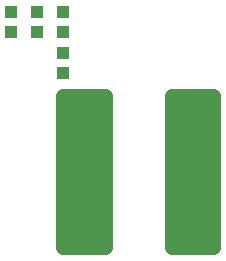
<source format=gbr>
G04 EAGLE Gerber RS-274X export*
G75*
%MOMM*%
%FSLAX34Y34*%
%LPD*%
%INSolderpaste Bottom*%
%IPPOS*%
%AMOC8*
5,1,8,0,0,1.08239X$1,22.5*%
G01*
%ADD10R,1.000000X1.100000*%
%ADD11C,1.187500*%


D10*
X111000Y206500D03*
X111000Y223500D03*
X111000Y188500D03*
X111000Y171500D03*
D11*
X238813Y152063D02*
X238813Y23937D01*
X203187Y23937D01*
X203187Y152063D01*
X238813Y152063D01*
X238813Y35218D02*
X203187Y35218D01*
X203187Y46499D02*
X238813Y46499D01*
X238813Y57780D02*
X203187Y57780D01*
X203187Y69061D02*
X238813Y69061D01*
X238813Y80342D02*
X203187Y80342D01*
X203187Y91623D02*
X238813Y91623D01*
X238813Y102904D02*
X203187Y102904D01*
X203187Y114185D02*
X238813Y114185D01*
X238813Y125466D02*
X203187Y125466D01*
X203187Y136747D02*
X238813Y136747D01*
X238813Y148028D02*
X203187Y148028D01*
X146813Y152063D02*
X146813Y23937D01*
X111187Y23937D01*
X111187Y152063D01*
X146813Y152063D01*
X146813Y35218D02*
X111187Y35218D01*
X111187Y46499D02*
X146813Y46499D01*
X146813Y57780D02*
X111187Y57780D01*
X111187Y69061D02*
X146813Y69061D01*
X146813Y80342D02*
X111187Y80342D01*
X111187Y91623D02*
X146813Y91623D01*
X146813Y102904D02*
X111187Y102904D01*
X111187Y114185D02*
X146813Y114185D01*
X146813Y125466D02*
X111187Y125466D01*
X111187Y136747D02*
X146813Y136747D01*
X146813Y148028D02*
X111187Y148028D01*
D10*
X67000Y206500D03*
X67000Y223500D03*
X89000Y206500D03*
X89000Y223500D03*
M02*

</source>
